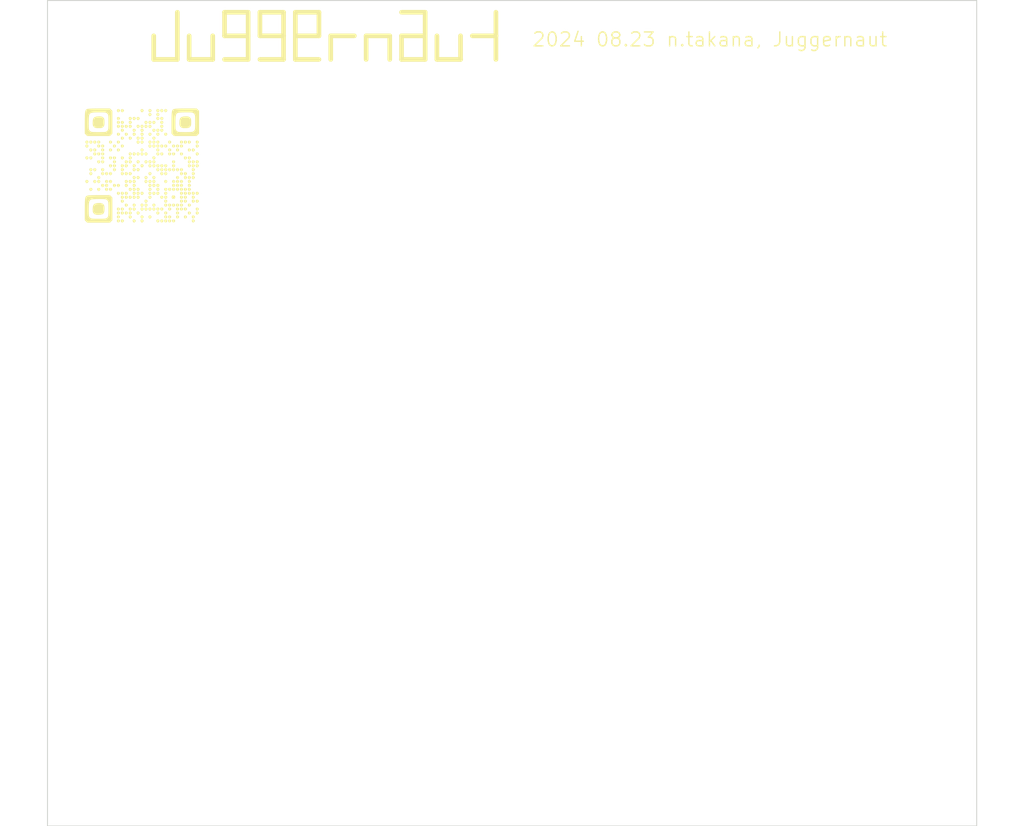
<source format=kicad_pcb>
(kicad_pcb (version 20240108) (generator "pcbnew") (generator_version "8.0")
  (layers (0 "F.Cu" signal) (31 "B.Cu" signal) (34 "B.Paste" user) (35 "F.Paste" user) (36 "B.SilkS" user "B.Silkscreen") (37 "F.SilkS" user "F.Silkscreen") (38 "B.Mask" user) (39 "F.Mask" user) (44 "Edge.Cuts" user))
  (net 0 "")
  (net 1 "GNDPWR")
  (footprint "MountingHole:MountingHole_2.7mm_M2.5" (layer "F.Cu") (at 171.12 68.58)
    (property "Reference" "hole_upper_right" (hide yes))
    (property "Value" "MountingHole_2.7mm_M2.5")
    (pad "" np_thru_hole circle (at 0 0) (size 2.7 2.7) (drill 2.7) (layers "F&B.Cu" "*.Mask"))
  )
  (footprint "MountingHole:MountingHole_2.7mm_M2.5" (layer "F.Cu") (at 171.12 147.32)
    (property "Reference" "hole_lower_right" (hide yes))
    (property "Value" "MountingHole_2.7mm_M2.5")
    (pad "" np_thru_hole circle (at 0 0) (size 2.7 2.7) (drill 2.7) (layers "*.Cu" "*.Mask"))
  )
  (footprint "MountingHole:MountingHole_2.7mm_M2.5" (layer "F.Cu") (at 81.28 68.58)
    (property "Reference" "hole_upper_left" (hide yes))
    (property "Value" "MountingHole_2.7mm_M2.5")
    (pad "" np_thru_hole circle (at 0 0) (size 2.7 2.7) (drill 2.7) (layers "*.Cu" "*.Mask"))
  )
  (footprint "MountingHole:MountingHole_2.7mm_M2.5" (layer "F.Cu") (at 81.28 147.32)
    (property "Reference" "hole_lower_left" (hide yes))
    (property "Value" "MountingHole_2.7mm_M2.5")
    (pad "" np_thru_hole circle (at 0 0) (size 2.7 2.7) (drill 2.7) (layers "*.Cu" "*.Mask"))
  )
  (footprint "Library:QR_juggernaut" (layer "F.Cu") (at 86.36 81.28)
    (property "Reference" "G***" (hide yes))
    (property "Value" "LOGO" (hide yes))
  )
  (gr_line (start 105.41 64.77) (end 105.41 67.31) (stroke (width 0.5)) (layer "F.SilkS"))
  (gr_line (start 118.11 69.85) (end 120.65 69.85) (stroke (width 0.5)) (layer "F.SilkS"))
  (gr_line (start 95.25 67.31) (end 97.79 67.31) (stroke (width 0.5)) (layer "F.SilkS"))
  (gr_line (start 102.87 64.77) (end 105.41 64.77) (stroke (width 0.5)) (layer "F.SilkS"))
  (gr_line (start 116.84 69.85) (end 116.84 64.77) (stroke (width 0.5)) (layer "F.SilkS"))
  (gr_line (start 113.03 67.31) (end 113.03 69.85) (stroke (width 0.5)) (layer "F.SilkS"))
  (gr_line (start 99.06 67.31) (end 101.6 67.31) (stroke (width 0.5)) (layer "F.SilkS"))
  (gr_line (start 101.6 64.77) (end 99.06 64.77) (stroke (width 0.5)) (layer "F.SilkS"))
  (gr_line (start 102.87 67.31) (end 102.87 64.77) (stroke (width 0.5)) (layer "F.SilkS"))
  (gr_line (start 97.79 67.31) (end 97.79 64.77) (stroke (width 0.5)) (layer "F.SilkS"))
  (gr_line (start 106.68 67.31) (end 109.22 67.31) (stroke (width 0.5)) (layer "F.SilkS"))
  (gr_line (start 97.79 64.77) (end 95.25 64.77) (stroke (width 0.5)) (layer "F.SilkS"))
  (gr_line (start 99.06 64.77) (end 99.06 67.31) (stroke (width 0.5)) (layer "F.SilkS"))
  (gr_line (start 87.63 67.31) (end 87.63 69.85) (stroke (width 0.5)) (layer "F.SilkS"))
  (gr_line (start 102.87 69.85) (end 105.41 69.85) (stroke (width 0.5)) (layer "F.SilkS"))
  (gr_line (start 97.79 67.31) (end 97.79 69.85) (stroke (width 0.5)) (layer "F.SilkS"))
  (gr_line (start 105.41 67.31) (end 102.87 67.31) (stroke (width 0.5)) (layer "F.SilkS"))
  (gr_line (start 116.84 64.77) (end 114.3 64.77) (stroke (width 0.5)) (layer "F.SilkS"))
  (gr_line (start 102.87 67.31) (end 102.87 69.85) (stroke (width 0.5)) (layer "F.SilkS"))
  (gr_line (start 93.98 69.85) (end 93.98 67.31) (stroke (width 0.5)) (layer "F.SilkS"))
  (gr_line (start 95.25 64.77) (end 95.25 67.31) (stroke (width 0.5)) (layer "F.SilkS"))
  (gr_line (start 110.49 67.31) (end 110.49 69.85) (stroke (width 0.5)) (layer "F.SilkS"))
  (gr_line (start 97.79 69.85) (end 95.25 69.85) (stroke (width 0.5)) (layer "F.SilkS"))
  (gr_line (start 124.46 67.31) (end 124.46 69.85) (stroke (width 0.5)) (layer "F.SilkS"))
  (gr_line (start 90.17 69.85) (end 90.17 64.77) (stroke (width 0.5)) (layer "F.SilkS"))
  (gr_line (start 101.6 67.31) (end 101.6 64.77) (stroke (width 0.5)) (layer "F.SilkS"))
  (gr_line (start 114.3 69.85) (end 116.84 69.85) (stroke (width 0.5)) (layer "F.SilkS"))
  (gr_line (start 87.63 69.85) (end 90.17 69.85) (stroke (width 0.5)) (layer "F.SilkS"))
  (gr_line (start 114.3 67.31) (end 114.3 69.85) (stroke (width 0.5)) (layer "F.SilkS"))
  (gr_line (start 101.6 69.85) (end 99.06 69.85) (stroke (width 0.5)) (layer "F.SilkS"))
  (gr_line (start 114.3 67.31) (end 116.84 67.31) (stroke (width 0.5)) (layer "F.SilkS"))
  (gr_line (start 91.44 67.31) (end 91.44 69.85) (stroke (width 0.5)) (layer "F.SilkS"))
  (gr_line (start 110.49 67.31) (end 113.03 67.31) (stroke (width 0.5)) (layer "F.SilkS"))
  (gr_line (start 120.65 67.31) (end 120.65 69.85) (stroke (width 0.5)) (layer "F.SilkS"))
  (gr_line (start 121.92 67.31) (end 124.46 67.31) (stroke (width 0.5)) (layer "F.SilkS"))
  (gr_line (start 106.68 67.31) (end 106.68 69.85) (stroke (width 0.5)) (layer "F.SilkS"))
  (gr_line (start 101.6 67.31) (end 101.6 69.85) (stroke (width 0.5)) (layer "F.SilkS"))
  (gr_line (start 91.44 69.85) (end 93.98 69.85) (stroke (width 0.5)) (layer "F.SilkS"))
  (gr_line (start 124.46 64.77) (end 124.46 67.31) (stroke (width 0.5)) (layer "F.SilkS"))
  (gr_line (start 118.11 67.31) (end 118.11 69.85) (stroke (width 0.5)) (layer "F.SilkS"))
  (gr_line (start 76.2 152.4) (end 176.19 152.4) (stroke (width 0.1)) (layer "Edge.Cuts"))
  (gr_line (start 176.2 63.5) (end 76.2 63.5) (stroke (width 0.1)) (layer "Edge.Cuts"))
  (gr_line (start 176.2 152.4) (end 176.2 63.5) (stroke (width 0.1)) (layer "Edge.Cuts"))
  (gr_line (start 76.2 63.5) (end 76.2 152.4) (stroke (width 0.1)) (layer "Edge.Cuts"))
  (gr_text "2024 08.23 n.takana, Juggernaut" (at 128.27 68.58 0) (layer "F.SilkS") (effects (font (size 1.5 1.5)) (justify left bottom)))
)
</source>
